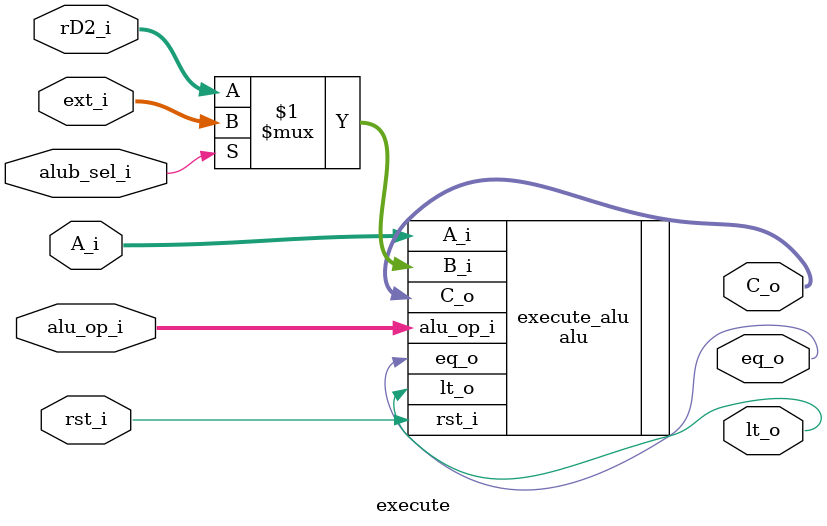
<source format=v>
module execute(
    input   wire            rst_i,
    input   wire            alub_sel_i,
    input   wire    [5:0]   alu_op_i,
    input   wire    [31:0]  A_i,
    input   wire    [31:0]  rD2_i,
    input   wire    [31:0]  ext_i,
    output  wire    [31:0]  C_o,
    output  wire            eq_o, // A == B (use A-B)
    output  wire            lt_o  // A < B  (use A-B)
    );
    
alu execute_alu (
    .rst_i      (rst_i),
    .alu_op_i   (alu_op_i),
    .A_i        (A_i),
    .B_i        (alub_sel_i ? ext_i : rD2_i),
    .C_o        (C_o),
    .eq_o       (eq_o),
    .lt_o       (lt_o)
);
endmodule

</source>
